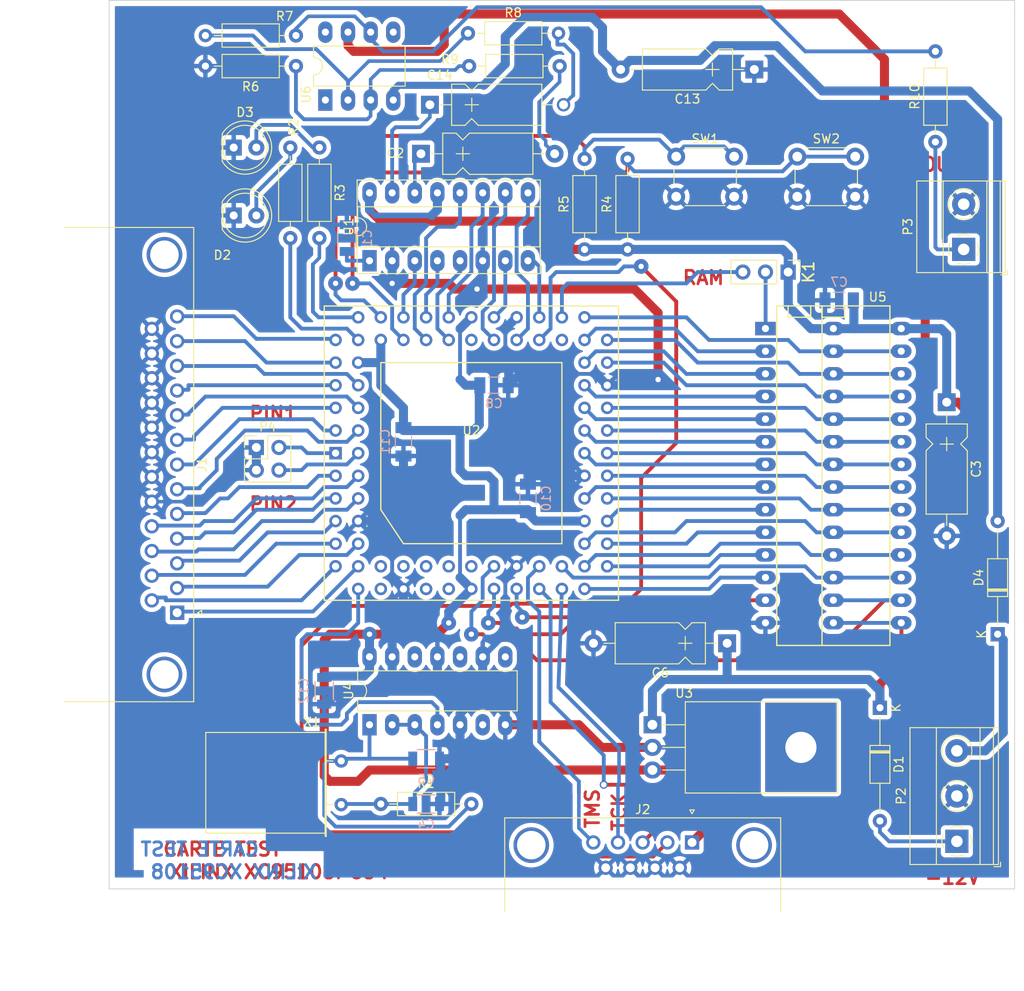
<source format=kicad_pcb>
(kicad_pcb (version 20221018) (generator pcbnew)
  (title_block (title "CARTE TEST XILINX XC95108") (rev "0"))
  (layers (0 "F.Cu" signal) (31 "B.Cu" signal) (34 "B.Paste" user) (35 "F.Paste" user) (36 "B.SilkS" user "B.Silkscreen") (37 "F.SilkS" user "F.Silkscreen") (38 "B.Mask" user) (39 "F.Mask" user) (44 "Edge.Cuts" user))
  (net 0 "")
  (net 1 "+12V")
  (net 2 "-12V")
  (net 3 "/CSMEM")
  (net 4 "/DAT0")
  (net 5 "/DAT1")
  (net 6 "/DAT2")
  (net 7 "/DAT3")
  (net 8 "/DAT4")
  (net 9 "/DAT5")
  (net 10 "/DAT6")
  (net 11 "/DAT7")
  (net 12 "/DCLK")
  (net 13 "/LED1")
  (net 14 "/LED2")
  (net 15 "/MA0")
  (net 16 "/MA1")
  (net 17 "/MA2")
  (net 18 "/MA3")
  (net 19 "/MA4")
  (net 20 "/MA5")
  (net 21 "/MA6")
  (net 22 "/MA7")
  (net 23 "/MD0")
  (net 24 "/MD1")
  (net 25 "/MD10")
  (net 26 "/MD11")
  (net 27 "/MD12")
  (net 28 "/MD13")
  (net 29 "/MD14")
  (net 30 "/MD2")
  (net 31 "/MD3")
  (net 32 "/MD4")
  (net 33 "/MD5")
  (net 34 "/MD6")
  (net 35 "/MD7")
  (net 36 "/MD8")
  (net 37 "/MD9")
  (net 38 "/OEMEM")
  (net 39 "/PARBUS0")
  (net 40 "/PARBUS1")
  (net 41 "/PARBUS2")
  (net 42 "/PARBUS3")
  (net 43 "/PARBUS4")
  (net 44 "/PARBUS5")
  (net 45 "/PARBUS6")
  (net 46 "/PARBUS7")
  (net 47 "/PAR_AUX0{slash}STROBE*")
  (net 48 "/PAR_AUX6{slash}ACK")
  (net 49 "/PAR_AUX5{slash}BUSY*")
  (net 50 "/PAR_AUX4{slash}PE")
  (net 51 "/PAR_AUX3{slash}SELECT*")
  (net 52 "/PAR_AUX2{slash}AUTOLF*")
  (net 53 "/PAR_AUX1{slash}ERROR*")
  (net 54 "/PAR_AUX7{slash}INIT")
  (net 55 "/PAR_AUX8{slash}SELECT")
  (net 56 "/PIN_TEST0")
  (net 57 "/PIN_TEST1")
  (net 58 "/XIN{slash}CLK")
  (net 59 "/SW0")
  (net 60 "/SW1")
  (net 61 "/TCK")
  (net 62 "/TDI")
  (net 63 "/TDO")
  (net 64 "/TMS")
  (net 66 "GND")
  (net 67 "Net-(C1-Pad1)")
  (net 68 "Net-(C14-Pad1)")
  (net 69 "Net-(C14-Pad2)")
  (net 70 "Net-(C2-Pad1)")
  (net 71 "Net-(C2-Pad2)")
  (net 72 "Net-(C4-Pad1)")
  (net 73 "Net-(C5-Pad1)")
  (net 74 "Net-(K1-Pad2)")
  (net 75 "Net-(P3-Pad1)")
  (net 76 "Net-(R10-Pad2)")
  (net 77 "Net-(R6-Pad1)")
  (net 78 "Net-(R7-Pad2)")
  (net 79 "VCC")
  (net 80 "/+12BATT")
  (net 81 "/-12BATT")
  (net 82 "Net-(D2-Pad2)")
  (net 83 "Net-(D3-Pad2)")
  (net 91 "/R{slash}W-A14")
  (footprint "Diode_THT:D_DO-35_SOD27_P12.70mm_Horizontal" (layer "F.Cu") (at 181.102 115.57 -90)
    (fp_text reference "D1")
    (fp_text value "1N4004")
  )
  (footprint "Diode_THT:D_DO-35_SOD27_P12.70mm_Horizontal" (layer "F.Cu") (at 194.31 107.315 90)
    (fp_text reference "D4")
    (fp_text value "1N4004")
  )
  (footprint "Button_Switch_THT:SW_PUSH_6mm_h4.3mm" (layer "F.Cu") (at 158.242 53.721)
    (fp_text reference "SW1")
    (fp_text value "SW_PUSH")
  )
  (footprint "Sockets:PLCC84" (layer "F.Cu") (at 135.255 86.995)
    (fp_text reference "U2")
    (fp_text value "XC95108PC84")
  )
  (footprint "Package_DIP:DIP-14_W7.62mm_LongPads" (layer "F.Cu") (at 123.825 117.475 90)
    (fp_text reference "U4")
    (fp_text value "74HC04")
  )
  (footprint "Connector_PinHeader_2.54mm:PinHeader_2x02_P2.54mm_Vertical" (layer "F.Cu") (at 111.125 86.36)
    (fp_text reference "P4")
    (fp_text value "CONN_2X2")
  )
  (footprint "Connector_PinHeader_2.54mm:PinHeader_1x03_P2.54mm_Vertical" (layer "F.Cu") (at 170.8 66.675 -90)
    (fp_text reference "K1")
    (fp_text value "CONN_3" hide)
  )
  (footprint "Resistor_THT:R_Axial_DIN0207_L6.3mm_D2.5mm_P10.16mm_Horizontal" (layer "F.Cu") (at 114.935 52.705 -90)
    (fp_text reference "R2")
    (fp_text value "330")
  )
  (footprint "Resistor_THT:R_Axial_DIN0207_L6.3mm_D2.5mm_P10.16mm_Horizontal" (layer "F.Cu") (at 134.874 39.878)
    (fp_text reference "R8")
    (fp_text value "2,2K")
  )
  (footprint "Resistor_THT:R_Axial_DIN0207_L6.3mm_D2.5mm_P10.16mm_Horizontal" (layer "F.Cu") (at 187.325 52.07 90)
    (fp_text reference "R10")
    (fp_text value "75")
  )
  (footprint "Resistor_THT:R_Axial_DIN0207_L6.3mm_D2.5mm_P10.16mm_Horizontal" (layer "F.Cu") (at 135.001 43.561)
    (fp_text reference "R9")
    (fp_text value "2,2K")
  )
  (footprint "Resistor_THT:R_Axial_DIN0207_L6.3mm_D2.5mm_P10.16mm_Horizontal" (layer "F.Cu") (at 125.095 126.365)
    (fp_text reference "R1")
    (fp_text value "100K")
  )
  (footprint "Resistor_THT:R_Axial_DIN0207_L6.3mm_D2.5mm_P10.16mm_Horizontal" (layer "F.Cu") (at 147.955 64.135 90)
    (fp_text reference "R5")
    (fp_text value "4,7K")
  )
  (footprint "Resistor_THT:R_Axial_DIN0207_L6.3mm_D2.5mm_P10.16mm_Horizontal" (layer "F.Cu") (at 115.57 43.561 180)
    (fp_text reference "R6")
    (fp_text value "1,1k")
  )
  (footprint "Resistor_THT:R_Axial_DIN0207_L6.3mm_D2.5mm_P10.16mm_Horizontal" (layer "F.Cu") (at 118.2 52.7 -90)
    (fp_text reference "R3")
    (fp_text value "330")
  )
  (footprint "Package_DIP:DIP-16_W7.62mm_Socket_LongPads" (layer "F.Cu") (at 123.825 65.405 90)
    (fp_text reference "U1")
    (fp_text value "TDA8702")
  )
  (footprint "Crystal:Crystal_HC18-U_Horizontal" (layer "F.Cu") (at 120.65 121.539 -90)
    (fp_text reference "X1")
    (fp_text value "10MHz")
  )
  (footprint "Resistor_THT:R_Axial_DIN0207_L6.3mm_D2.5mm_P10.16mm_Horizontal" (layer "F.Cu") (at 152.781 64.135 90)
    (fp_text reference "R4")
    (fp_text value "4,7K")
  )
  (footprint "Resistor_THT:R_Axial_DIN0207_L6.3mm_D2.5mm_P10.16mm_Horizontal" (layer "F.Cu") (at 115.57 40.132 180)
    (fp_text reference "R7")
    (fp_text value "1,1K")
  )
  (footprint "LED_THT:LED_D5.0mm" (layer "F.Cu") (at 108.585 52.705)
    (fp_text reference "D3")
    (fp_text value "LED")
  )
  (footprint "LED_THT:LED_D5.0mm" (layer "F.Cu") (at 108.585 60.325)
    (fp_text reference "D2")
    (fp_text value "LED")
  )
  (footprint "Package_DIP:DIP-8_W7.62mm_LongPads" (layer "F.Cu") (at 118.872 47.371 90)
    (fp_text reference "U6")
    (fp_text value "LM318N")
  )
  (footprint "Connector_Dsub:DSUB-25_Female_Horizontal_P2.77x2.84mm_EdgePinOffset9.90mm_Housed_MountingHolesOffset11.32mm" (layer "F.Cu") (at 102.235 104.902 -90)
    (fp_text reference "J1")
    (fp_text value "DB25")
  )
  (footprint "Package_TO_SOT_THT:TO-220-3_Horizontal_TabDown" (layer "F.Cu") (at 155.575 117.475 -90)
    (fp_text reference "U3")
    (fp_text value "LM7805")
  )
  (footprint "Connector_Dsub:DSUB-9_Female_Horizontal_P2.77x2.84mm_EdgePinOffset4.94mm_Housed_MountingHolesOffset7.48mm" (layer "F.Cu") (at 160.02 130.683)
    (fp_text reference "J2")
    (fp_text value "DB9FEM")
  )
  (footprint "TerminalBlock_Phoenix:TerminalBlock_Phoenix_MKDS-1,5-3-5.08_1x03_P5.08mm_Horizontal" (layer "F.Cu") (at 189.738 130.556 90)
    (fp_text reference "P2")
    (fp_text value "CONN_3")
  )
  (footprint "TerminalBlock_Phoenix:TerminalBlock_Phoenix_MKDS-1,5-2-5.08_1x02_P5.08mm_Horizontal" (layer "F.Cu") (at 190.5 64.135 90)
    (fp_text reference "P3")
    (fp_text value "CONN_2")
  )
  (footprint "Capacitor_THT:CP_Axial_L10.0mm_D4.5mm_P15.00mm_Horizontal" (layer "F.Cu") (at 167.005 43.942 180)
    (fp_text reference "C13")
    (fp_text value "10uF")
  )
  (footprint "Capacitor_THT:CP_Axial_L10.0mm_D4.5mm_P15.00mm_Horizontal" (layer "F.Cu") (at 163.957 108.331 180)
    (fp_text reference "C6")
    (fp_text value "47uF")
  )
  (footprint "Capacitor_THT:CP_Axial_L10.0mm_D4.5mm_P15.00mm_Horizontal" (layer "F.Cu") (at 188.595 81.28 -90)
    (fp_text reference "C3")
    (fp_text value "10uF")
  )
  (footprint "Capacitor_THT:CP_Axial_L10.0mm_D4.5mm_P15.00mm_Horizontal" (layer "F.Cu") (at 129.6 53.4)
    (fp_text reference "C2")
    (fp_text value "10uF")
  )
  (footprint "Button_Switch_THT:SW_PUSH_6mm_h4.3mm" (layer "F.Cu") (at 171.831 53.721)
    (fp_text reference "SW2")
    (fp_text value "SW_PUSH")
  )
  (footprint "Sockets_DIP:DIP-28__300__600_ELL" (layer "F.Cu") (at 168.275 73.025)
    (fp_text reference "U5")
    (fp_text value "RAM_32KO")
  )
  (footprint "Capacitor_THT:CP_Axial_L10.0mm_D4.5mm_P15.00mm_Horizontal" (layer "F.Cu") (at 130.6 47.9)
    (fp_text reference "C14")
    (fp_text value "10uF")
  )
  (footprint "Capacitors_SMD:C_1206" (layer "B.Cu") (at 121.285 62.865 90)
    (fp_text reference "C1")
    (fp_text value "100nF")
  )
  (footprint "Capacitors_SMD:C_1206" (layer "B.Cu") (at 130.175 126.365)
    (fp_text reference "C4")
    (fp_text value "22pF")
  )
  (footprint "Capacitors_SMD:C_1206" (layer "B.Cu") (at 130.175 121.285)
    (fp_text reference "C5")
    (fp_text value "22pF")
  )
  (footprint "Capacitors_SMD:C_1206" (layer "B.Cu") (at 118.745 113.665 -90)
    (fp_text reference "C12")
    (fp_text value "100nF")
  )
  (footprint "Capacitor_SMD:C_1206_3216Metric_Pad1.24x1.80mm_HandSolder" (layer "B.Cu") (at 127.635 85.725 -90)
    (fp_text reference "C11")
    (fp_text value "100nF")
  )
  (footprint "Capacitor_SMD:C_1206_3216Metric_Pad1.24x1.80mm_HandSolder" (layer "B.Cu") (at 141.605 92.075 90)
    (fp_text reference "C10")
    (fp_text value "100nF")
  )
  (footprint "Capacitor_SMD:C_1206_3216Metric_Pad1.24x1.80mm_HandSolder" (layer "B.Cu") (at 137.795 79.375)
    (fp_text reference "C8")
    (fp_text value "100nF")
  )
  (footprint "Capacitor_SMD:C_1206_3216Metric_Pad1.24x1.80mm_HandSolder" (layer "B.Cu") (at 176.53 69.85 180)
    (fp_text reference "C7")
    (fp_text value "100nF")
  )
  (gr_line (start 196.215 37.465) (end 196.215 36.195) (stroke (width 0.1)) (layer "Edge.Cuts"))
  (gr_line (start 94.615 46.355) (end 94.615 53.975) (stroke (width 0.1)) (layer "Edge.Cuts"))
  (gr_line (start 196.215 36.195) (end 94.615 36.195) (stroke (width 0.1)) (layer "Edge.Cuts"))
  (gr_line (start 196.215 135.89) (end 194.945 135.89) (stroke (width 0.1)) (layer "Edge.Cuts"))
  (gr_line (start 160.655 135.89) (end 192.405 135.89) (stroke (width 0.1)) (layer "Edge.Cuts"))
  (gr_line (start 94.615 53.975) (end 94.615 132.715) (stroke (width 0.1)) (layer "Edge.Cuts"))
  (gr_line (start 94.615 132.715) (end 94.615 133.985) (stroke (width 0.1)) (layer "Edge.Cuts"))
  (gr_line (start 94.615 36.195) (end 94.615 46.355) (stroke (width 0.1)) (layer "Edge.Cuts"))
  (gr_line (start 192.405 135.89) (end 194.945 135.89) (stroke (width 0.1)) (layer "Edge.Cuts"))
  (gr_line (start 196.215 37.465) (end 196.215 135.89) (stroke (width 0.1)) (layer "Edge.Cuts"))
  (gr_line (start 94.615 133.985) (end 94.615 135.89) (stroke (width 0.1)) (layer "Edge.Cuts"))
  (gr_line (start 94.615 135.89) (end 144.78 135.89) (stroke (width 0.1)) (layer "Edge.Cuts"))
  (gr_line (start 144.78 135.89) (end 160.655 135.89) (stroke (width 0.1)) (layer "Edge.Cuts"))
  (gr_text "TCK" (at 151.83866 127.254 90) (layer "F.Cu") (effects (font (size 1.524 1.524) (thickness 0.3048))))
  (gr_text "XILINX XC95108PC84" (at 113.665 133.985) (layer "F.Cu") (effects (font (size 1.524 1.524) (thickness 0.3048))))
  (gr_text "ROM" (at 176.53 67.31) (layer "F.Cu") (effects (font (size 1.524 1.524) (thickness 0.3048))))
  (gr_text "GND" (at 187.325 68.58) (layer "F.Cu") (effects (font (size 1.524 1.524) (thickness 0.3048))))
  (gr_text "GND" (at 183.388 124.841 90) (layer "F.Cu") (effects (font (size 1.524 1.524) (thickness 0.3048))))
  (gr_text "VOUT" (at 187.325 54.61) (layer "F.Cu") (effects (font (size 1.524 1.524) (thickness 0.3048))))
  (gr_text "VCC" (at 160.02 126.873 90) (layer "F.Cu") (effects (font (size 1.524 1.524) (thickness 0.3048))))
  (gr_text "PIN1" (at 113.03 82.55) (layer "F.Cu") (effects (font (size 1.524 1.524) (thickness 0.3048))))
  (gr_text "TDO" (at 157.55366 126.873 90) (layer "F.Cu") (effects (font (size 1.524 1.524) (thickness 0.3048))))
  (gr_text "TMS" (at 148.844 126.873 90) (layer "F.Cu") (effects (font (size 1.524 1.524) (thickness 0.3048))))
  (gr_text "+12V" (at 189.865 116.713) (layer "F.Cu") (effects (font (size 1.524 1.524) (thickness 0.3048))))
  (gr_text "PIN2" (at 113.03 92.71) (layer "F.Cu") (effects (font (size 1.524 1.524) (thickness 0.3048))))
  (gr_text "-12V" (at 189.23 134.62) (layer "F.Cu") (effects (font (size 1.524 1.524) (thickness 0.3048))))
  (gr_text "RAM" (at 161.29 67.31) (layer "F.Cu") (effects (font (size 1.524 1.524) (thickness 0.3048))))
  (gr_text "CARTE TEST" (at 107.315 131.445) (layer "F.Cu") (effects (font (size 1.524 1.524) (thickness 0.3048))))
  (gr_text "TDI" (at 154.52725 126.873 90) (layer "F.Cu") (effects (font (size 1.27 1.524) (thickness 0.3048))))
  (gr_text "XILINX XC95108" (at 108.585 133.985) (layer "B.Cu") (effects (font (size 1.524 1.524) (thickness 0.3048)) (justify mirror)))
  (gr_text "CARTE TEST" (at 104.775 131.445) (layer "B.Cu") (effects (font (size 1.524 1.524) (thickness 0.3048)) (justify mirror)))
  (segment (start 121.412 41.275) (end 121.412 39.751) (width 1.016) (layer "F.Cu") (net 1))
  (segment (start 181.102 115.57) (end 181.102 112.903) (width 1.016) (layer "F.Cu") (net 1))
  (segment (start 181.61 42.799) (end 176.53 37.719) (width 1.016) (layer "F.Cu") (net 1))
  (segment (start 132.842 37.719) (end 132.207 38.354) (width 1.016) (layer "F.Cu") (net 1))
  (segment (start 186.182 71.247) (end 181.61 66.675) (width 1.016) (layer "F.Cu") (net 1))
  (segment (start 181.102 112.903) (end 186.182 107.823) (width 1.016) (layer "F.Cu") (net 1))
  (segment (start 122.047 41.91) (end 121.412 41.275) (width 1.016) (layer "F.Cu") (net 1))
  (segment (start 176.53 37.719) (end 132.842 37.719) (width 1.016) (layer "F.Cu") (net 1))
  (segment (start 186.182 107.823) (end 186.182 71.247) (width 1.016) (layer "F.Cu") (net 1))
  (segment (start 132.207 41.148) (end 131.445 41.91) (width 1.016) (layer "F.Cu") (net 1))
  (segment (start 132.207 38.354) (end 132.207 41.148) (width 1.016) (layer "F.Cu") (net 1))
  (segment (start 181.61 66.675) (end 181.61 42.799) (width 1.016) (layer "F.Cu") (net 1))
  (segment (start 131.445 41.91) (end 122.047 41.91) (width 1.016) (layer "F.Cu") (net 1))
  (segment (start 163.83 112.395) (end 179.832 112.395) (width 1.016) (layer "B.Cu") (net 1))
  (segment (start 155.575 113.665) (end 155.575 117.475) (width 1.016) (layer "B.Cu") (net 1))
  (segment (start 181.102 113.665) (end 181.102 115.57) (width 1.016) (layer "B.Cu") (net 1))
  (segment (start 179.832 112.395) (end 181.102 113.665) (width 1.016) (layer "B.Cu") (net 1))
  (segment (start 156.845 112.395) (end 155.575 113.665) (width 1.016) (layer "B.Cu") (net 1))
  (segment (start 163.83 112.395) (end 163.957 112.268) (width 1.016) (layer "B.Cu") (net 1))
  (segment (start 163.957 112.268) (end 163.957 108.331) (width 1.016) (layer "B.Cu") (net 1))
  (segment (start 163.83 112.395) (end 156.845 112.395) (width 1.016) (layer "B.Cu") (net 1))
  (segment (start 149.973 41.91) (end 149.973 39.229) (width 1.016) (layer "B.Cu") (net 2))
  (segment (start 160.909 42.926) (end 162.56 41.275) (width 1.016) (layer "B.Cu") (net 2))
  (segment (start 149.973 39.229) (end 148.844 38.1) (width 1.016) (layer "B.Cu") (net 2))
  (segment (start 127.08 45.72) (end 136.652 45.72) (width 0.8) (layer "B.Cu") (net 2))
  (segment (start 126.492 46.308) (end 127.08 45.72) (width 0.8) (layer "B.Cu") (net 2))
  (segment (start 194.31 49.53) (end 191.135 46.355) (width 1.016) (layer "B.Cu") (net 2))
  (segment (start 141.224 38.1) (end 139.065 40.259) (width 1.016) (layer "B.Cu") (net 2))
  (segment (start 169.545 41.275) (end 174.625 46.355) (width 1.016) (layer "B.Cu") (net 2))
  (segment (start 139.065 40.259) (end 139.065 43.307) (width 1.016) (layer "B.Cu") (net 2))
  (segment (start 139.065 43.307) (end 136.652 45.72) (width 1.016) (layer "B.Cu") (net 2))
  (segment (start 174.625 46.355) (end 191.135 46.355) (width 1.016) (layer "B.Cu") (net 2))
  (segment (start 162.56 41.275) (end 169.545 41.275) (width 1.016) (layer "B.Cu") (net 2))
  (segment (start 126.492 47.371) (end 126.492 46.308) (width 0.8) (layer "B.Cu") (net 2))
  (segment (start 160.909 42.926) (end 153.021 42.926) (width 1.016) (layer "B.Cu") (net 2))
  (segment (start 153.021 42.926) (end 152.005 43.942) (width 1.016) (layer "B.Cu") (net 2))
  (segment (start 194.31 94.615) (end 194.31 49.53) (width 1.016) (layer "B.Cu") (net 2))
  (segment (start 148.844 38.1) (end 141.224 38.1) (width 1.016) (layer "B.Cu") (net 2))
  (segment (start 152.005 43.942) (end 149.973 41.91) (width 1.016) (layer "B.Cu") (net 2))
  (segment (start 183.515 93.345) (end 175.895 93.345) (width 0.4318) (layer "B.Cu") (net 3))
  (segment (start 175.895 93.345) (end 173.355 93.345) (width 0.4318) (layer "B.Cu") (net 3))
  (segment (start 173.355 93.345) (end 172.085 92.075) (width 0.4318) (layer "B.Cu") (net 3))
  (segment (start 150.495 92.075) (end 172.085 92.075) (width 0.4318) (layer "B.Cu") (net 3))
  (segment (start 130.175 67.945) (end 130.175 62.865) (width 0.4318) (layer "B.Cu") (net 4))
  (segment (start 133.35 61.595) (end 133.985 60.96) (width 0.4318) (layer "B.Cu") (net 4))
  (segment (start 133.985 60.96) (end 133.985 57.785) (width 0.4318) (layer "B.Cu") (net 4))
  (segment (start 128.905 69.215) (end 130.175 67.945) (width 0.4318) (layer "B.Cu") (net 4))
  (segment (start 131.445 61.595) (end 133.35 61.595) (width 0.4318) (layer "B.Cu") (net 4))
  (segment (start 130.175 62.865) (end 131.445 61.595) (width 0.4318) (layer "B.Cu") (net 4))
  (segment (start 130.175 74.295) (end 128.905 73.025) (width 0.4318) (layer "B.Cu") (net 4))
  (segment (start 128.905 73.025) (end 128.905 69.215) (width 0.4318) (layer "B.Cu") (net 4))
  (segment (start 135.255 61.595) (end 136.525 60.325) (width 0.4318) (layer "B.Cu") (net 5))
  (segment (start 132.715 69.215) (end 135.255 66.675) (width 0.4318) (layer "B.Cu") (net 5))
  (segment (start 136.525 57.785) (end 136.525 60.325) (width 0.4318) (layer "B.Cu") (net 5))
  (segment (start 135.255 61.595) (end 135.255 66.675) (width 0.4318) (layer "B.Cu") (net 5))
  (segment (start 132.715 69.215) (end 132.715 71.755) (width 0.4318) (layer "B.Cu") (net 5))
  (segment (start 128.905 67.945) (end 127.635 69.215) (width 0.4318) (layer "B.Cu") (net 6))
  (segment (start 128.905 65.405) (end 128.905 67.945) (width 0.4318) (layer "B.Cu") (net 6))
  (segment (start 127.635 69.215) (end 127.635 71.755) (width 0.4318) (layer "B.Cu") (net 6))
  (segment (start 130.175 69.215) (end 131.445 67.945) (width 0.4318) (layer "B.Cu") (net 7))
  (segment (start 130.175 71.755) (end 130.175 69.215) (width 0.4318) (layer "B.Cu") (net 7))
  (segment (start 131.445 67.945) (end 131.445 65.405) (width 0.4318) (layer "B.Cu") (net 7))
  (segment (start 139.065 60.325) (end 137.795 61.595) (width 0.4318) (layer "B.Cu") (net 8))
  (segment (start 136.525 71.12) (end 137.795 69.85) (width 0.4318) (layer "B.Cu") (net 8))
  (segment (start 139.065 57.785) (end 139.065 60.325) (width 0.4318) (layer "B.Cu") (net 8))
  (segment (start 137.795 69.85) (end 137.795 61.595) (width 0.4318) (layer "B.Cu") (net 8))
  (segment (start 136.525 73.025) (end 137.795 74.295) (width 0.4318) (layer "B.Cu") (net 8))
  (segment (start 136.525 71.12) (end 136.525 73.025) (width 0.4318) (layer "B.Cu") (net 8))
  (segment (start 140.335 74.295) (end 141.605 73.025) (width 0.4318) (layer "B.Cu") (net 9))
  (segment (start 141.605 57.785) (end 141.605 60.325) (width 0.4318) (layer "B.Cu") (net 9))
  (segment (start 141.605 67.945) (end 140.335 66.675) (width 0.4318) (layer "B.Cu") (net 9))
  (segment (start 141.605 60.325) (end 140.335 61.595) (width 0.4318) (layer "B.Cu") (net 9))
  (segment (start 140.335 61.595) (end 140.335 66.675) (width 0.4318) (layer "B.Cu") (net 9))
  (segment (start 141.605 73.025) (end 141.605 67.945) (width 0.4318) (layer "B.Cu") (net 9))
  (segment (start 142.875 71.755) (end 142.875 66.04) (width 0.4318) (layer "B.Cu") (net 10))
  (segment (start 142.875 66.04) (end 142.24 65.405) (width 0.4318) (layer "B.Cu") (net 10))
  (segment (start 142.24 65.405) (end 141.605 65.405) (width 0.4318) (layer "B.Cu") (net 10))
  (segment (start 139.065 70.485) (end 137.795 71.755) (width 0.4318) (layer "B.Cu") (net 11))
  (segment (start 139.065 65.405) (end 139.065 70.485) (width 0.4318) (layer "B.Cu") (net 11))
  (segment (start 133.985 66.675) (end 133.985 65.405) (width 0.4318) (layer "B.Cu") (net 12))
  (segment (start 131.445 69.215) (end 133.985 66.675) (width 0.4318) (layer "B.Cu") (net 12))
  (segment (start 131.445 73.025) (end 131.445 69.215) (width 0.4318) (layer "B.Cu") (net 12))
  (segment (start 132.715 74.295) (end 131.445 73.025) (width 0.4318) (layer "B.Cu") (net 12))
  (segment (start 116.205 73.025) (end 114.935 71.755) (width 0.4318) (layer "B.Cu") (net 13))
  (segment (start 114.935 62.865) (end 114.935 71.755) (width 0.4318) (layer "B.Cu") (net 13))
  (segment (start 121.285 73.025) (end 122.555 74.295) (width 0.4318) (layer "B.Cu") (net 13))
  (segment (start 116.205 73.025) (end 121.285 73.025) (width 0.4318) (layer "B.Cu") (net 13))
  (segment (start 117.475 71.12) (end 118.11 71.755) (width 0.4318) (layer "B.Cu") (net 14))
  (segment (start 118.2 62.86) (end 118.2 65.075) (width 0.4) (layer "B.Cu") (net 14))
  (segment (start 117.475 65.8) (end 117.475 71.12) (width 0.4318) (layer "B.Cu") (net 14))
  (segment (start 118.2 65.075) (end 117.475 65.8) (width 0.4) (layer "B.Cu") (net 14))
  (segment (start 118.11 71.755) (end 122.555 71.755) (width 0.4318) (layer "B.Cu") (net 14))
  (segment (start 161.925 99.695) (end 163.195 98.425) (width 0.4318) (layer "B.Cu") (net 15))
  (segment (start 150.495 99.695) (end 161.925 99.695) (width 0.4318) (layer "B.Cu") (net 15))
  (segment (start 163.195 98.425) (end 168.275 98.425) (width 0.4318) (layer "B.Cu") (net 15))
  (segment (start 161.925 102.235) (end 163.195 100.965) (width 0.4318) (layer "B.Cu") (net 16))
  (segment (start 163.195 100.965) (end 168.275 100.965) (width 0.4318) (layer "B.Cu") (net 16))
  (segment (start 147.955 102.235) (end 161.925 102.235) (width 0.4318) (layer "B.Cu") (net 16))
  (segment (start 161.925 105.41) (end 163.83 103.505) (width 0.4318) (layer "F.Cu") (net 17))
  (segment (start 140.97 105.41) (end 161.925 105.41) (width 0.4318) (layer "F.Cu") (net 17))
  (segment (start 163.83 103.505) (end 168.275 103.505) (width 0.4318) (layer "F.Cu") (net 17))
  (via (at 140.97 105.41) (size 1.651) (drill 0.6) (layers "F.Cu" "B.Cu") (net 17))
  (segment (start 140.335 102.235) (end 140.335 104.14) (width 0.4318) (layer "B.Cu") (net 17))
  (segment (start 140.97 104.775) (end 140.97 105.41) (width 0.4318) (layer "B.Cu") (net 17))
  (segment (start 140.335 104.14) (end 140.97 104.775) (width 0.4318) (layer "B.Cu") (net 17))
  (segment (start 169.926 109.22) (end 182.88 109.22) (width 0.4318) (layer "F.Cu") (net 18))
  (segment (start 137.16 107.95) (end 140.335 107.95) (width 0.4318) (layer "F.Cu") (net 18))
  (segment (start 183.515 108.585) (end 183.515 106.045) (width 0.4318) (layer "F.Cu") (net 18))
  (segment (start 140.335 107.95) (end 142.621 110.236) (width 0.4318) (layer "F.Cu") (net 18))
  (segment (start 168.91 110.236) (end 169.926 109.22) (width 0.4318) (layer "F.Cu") (net 18))
  (segment (start 136.525 107.315) (end 137.16 107.95) (width 0.4318) (layer "F.Cu") (net 18))
  (segment (start 135.255 107.315) (end 136.525 107.315) (width 0.4318) (layer "F.Cu") (net 18))
  (segment (start 182.88 109.22) (end 183.515 108.585) (width 0.4318) (layer "F.Cu") (net 18))
  (segment (start 142.621 110.236) (end 168.91 110.236) (width 0.4318) (layer "F.Cu") (net 18))
  (via (at 135.255 107.315) (size 1.651) (drill 0.6) (layers "F.Cu" "B.Cu") (net 18))
  (segment (start 136.525 100.965) (end 137.795 99.695) (width 0.4318) (layer "B.Cu") (net 18))
  (segment (start 135.255 107.315) (end 135.255 104.775) (width 0.4318) (layer "B.Cu") (net 18))
  (segment (start 136.525 103.505) (end 136.525 100.965) (width 0.4318) (layer "B.Cu") (net 18))
  (segment (start 135.255 104.775) (end 136.525 103.505) (width 0.4318) (layer "B.Cu") (net 18))
  (segment (start 175.895 106.045) (end 183.515 106.045) (width 0.4318) (layer "B.Cu") (net 18))
  (segment (start 166.751 107.95) (end 177.165 107.95) (width 0.4318) (layer "F.Cu") (net 19))
  (segment (start 139.065 106.68) (end 140.335 106.68) (width 0.4318) (layer "F.Cu") (net 19))
  (segment (start 177.165 107.95) (end 181.61 103.505) (width 0.4318) (layer "F.Cu") (net 19))
  (segment (start 140.97 107.315) (end 145.288 107.315) (width 0.4318) (layer "F.Cu") (net 19))
  (segment (start 137.16 106.045) (end 138.43 106.045) (width 0.4318) (layer "F.Cu") (net 19))
  (segment (start 145.288 107.315) (end 146.177 106.426) (width 0.4318) (layer "F.Cu") (net 19))
  (segment (start 146.177 106.426) (end 165.227 106.426) (width 0.4318) (layer "F.Cu") (net 19))
  (segment (start 140.335 106.68) (end 140.97 107.315) (width 0.4318) (layer "F.Cu") (net 19))
  (segment (start 181.61 103.505) (end 183.515 103.505) (width 0.4318) (layer "F.Cu") (net 19))
  (segment (start 138.43 106.045) (end 139.065 106.68) (width 0.4318) (layer "F.Cu") (net 19))
  (segment (start 165.227 106.426) (end 166.751 107.95) (width 0.4318) (layer "F.Cu") (net 19))
  (via (at 137.16 106.045) (size 1.651) (drill 0.6) (layers "F.Cu" "B.Cu") (net 19))
  (segment (start 137.795 104.14) (end 137.16 104.775) (width 0.4318) (layer "B.Cu") (net 19))
  (segment (start 137.795 104.14) (end 137.795 102.235) (width 0.4318) (layer "B.Cu") (net 19))
  (segment (start 183.515 103.505) (end 175.895 103.505) (width 0.4318) (layer "B.Cu") (net 19))
  (segment (start 137.16 104.775) (end 137.16 106.045) (width 0.4318) (layer "B.Cu") (net 19))
  (segment (start 161.925 100.965) (end 163.195 99.695) (width 0.4318) (layer "B.Cu") (net 20))
  (segment (start 175.895 100.965) (end 173.99 100.965) (width 0.4318) (layer "B.Cu") (net 20))
  (segment (start 163.195 99.695) (end 172.72 99.695) (width 0.4318) (layer "B.Cu") (net 20))
  (segment (start 173.99 100.965) (end 172.72 99.695) (width 0.4318) (layer "B.Cu") (net 20))
  (segment (start 145.415 99.695) (end 146.685 100.965) (width 0.4318) (layer "B.Cu") (net 20))
  (segment (start 175.895 100.965) (end 183.515 100.965) (width 0.4318) (layer "B.Cu") (net 20))
  (segment (start 146.685 100.965) (end 161.925 100.965) (width 0.4318) (layer "B.Cu") (net 20))
  (segment (start 183.515 98.425) (end 175.895 98.425) (width 0.4318) (layer "B.Cu") (net 21))
  (segment (start 175.895 98.425) (end 173.355 98.425) (width 0.4318) (layer "B.Cu") (net 21))
  (segment (start 149.225 98.425) (end 161.925 98.425) (width 0.4318) (layer "B.Cu") (net 21))
  (segment (start 161.925 98.425) (end 163.195 97.155) (width 0.4318) (layer "B.Cu") (net 21))
  (segment (start 163.195 97.155) (end 172.085 97.155) (width 0.4318) (layer "B.Cu") (net 21))
  (segment (start 147.955 99.695) (end 149.225 98.425) (width 0.4318) (layer "B.Cu") (net 21))
  (segment (start 173.355 98.425) (end 172.085 97.155) (width 0.4318) (layer "B.Cu") (net 21))
  (segment (start 149.225 95.885) (end 158.115 95.885) (width 0.4318) (layer "B.Cu") (net 22))
  (segment (start 158.115 95.885) (end 159.385 94.615) (width 0.4318) (layer "B.Cu") (net 22))
  (segment (start 147.955 97.155) (end 149.225 95.885) (width 0.4318) (layer "B.Cu") (net 22))
  (segment (start 173.99 95.885) (end 172.72 94.615) (width 0.4318) (layer "B.Cu") (net 22))
  (segment (start 183.515 95.885) (end 175.895 95.885) (width 0.4318) (layer "B.Cu") (net 22))
  (segment (start 175.895 95.885) (end 173.99 95.885) (width 0.4318) (layer "B.Cu") (net 22))
  (segment (start 172.72 94.615) (end 159.385 94.615) (width 0.4318) (layer "B.Cu") (net 22))
  (segment (start 159.385 97.155) (end 160.655 95.885) (width 0.4318) (layer "B.Cu") (net 23))
  (segment (start 160.655 95.885) (end 168.275 95.885) (width 0.4318) (layer "B.Cu") (net 23))
  (segment (start 150.495 97.155) (end 159.385 97.155) (width 0.4318) (layer "B.Cu") (net 23))
  (segment (start 150.495 94.615) (end 151.765 93.345) (width 0.4318) (layer "B.Cu") (net 24))
  (segment (start 151.765 93.345) (end 168.275 93.345) (width 0.4318) (layer "B.Cu") (net 24))
  (segment (start 183.515 90.805) (end 175.895 90.805) (width 0.4318) (layer "B.Cu") (net 25))
  (segment (start 150.495 89.535) (end 172.72 89.535) (width 0.4318) (layer "B.Cu") (net 25))
  (segment (start 175.895 90.805) (end 173.99 90.805) (width 0.4318) (layer "B.Cu") (net 25))
  (segment (start 173.99 90.805) (end 172.72 89.535) (width 0.4318) (layer "B.Cu") (net 25))
  (segment (start 175.895 85.725) (end 183.515 85.725) (width 0.4318) (layer "B.Cu") (net 26))
  (segment (start 175.895 85.725) (end 173.99 85.725) (width 0.4318) (layer "B.Cu") (net 26))
  (segment (start 173.99 85.725) (end 172.72 84.455) (width 0.4318) (layer "B.Cu") (net 26))
  (segment (start 150.495 84.455) (end 172.72 84.455) (width 0.4318) (layer "B.Cu") (net 26))
  (segment (start 147.955 74.295) (end 149.225 73.025) (width 0.4318) (layer "B.Cu") (net 27))
  (segment (start 160.655 75.565) (end 168.275 75.565) (width 0.4318) (layer "B.Cu") (net 27))
  (segment (start 149.225 73.025) (end 158.115 73.025) (width 0.4318) (layer "B.Cu") (net 27))
  (segment (start 158.115 73.025) (end 160.655 75.565) (width 0.4318) (layer "B.Cu") (net 27))
  (segment (start 175.895 78.105) (end 183.515 78.105) (width 0.4318) (layer "B.Cu") (net 28))
  (segment (start 175.895 78.105) (end 172.085 78.105) (width 0.4318) (layer "B.Cu") (net 28))
  (segment (start 170.815 76.835) (end 172.085 78.105) (width 0.4318) (layer "B.Cu") (net 28))
  (segment (start 160.655 76.835) (end 170.815 76.835) (width 0.4318) (layer "B.Cu") (net 28))
  (segment (start 158.115 74.295) (end 160.655 76.835) (width 0.4318) (layer "B.Cu") (net 28))
  (segment (start 158.115 74.295) (end 150.495 74.295) (width 0.4318) (layer "B.Cu") (net 28))
  (segment (start 160.655 66.675) (end 165.735 66.675) (width 0.4318) (layer "B.Cu") (net 29))
  (segment (start 145.415 68.58) (end 146.05 67.945) (width 0.4318) (layer "B.Cu") (net 29))
  (segment (start 159.385 67.945) (end 160.655 66.675) (width 0.4318) (layer "B.Cu") (net 29))
  (segment (start 146.05 67.945) (end 159.385 67.945) (width 0.4318) (layer "B.Cu") (net 29))
  (segment (start 145.415 71.755) (end 145.415 68.58) (width 0.4318) (layer "B.Cu") (net 29))
  (segment (start 149.225 90.805) (end 168.275 90.805) (width 0.4318) (layer "B.Cu") (net 30))
  (segment (start 147.955 92.075) (end 149.225 90.805) (width 0.4318) (layer "B.Cu") (net 30))
  (segment (start 149.225 88.265) (end 168.275 88.265) (width 0.4318) (layer "B.Cu") (net 31))
  (segment (start 147.955 86.995) (end 149.225 88.265) (width 0.4318) (layer "B.Cu") (net 31))
  (segment (start 149.225 85.725) (end 147.955 84.455) (width 0.4318) (layer "B.Cu") (net 32))
  (segment (start 168.275 85.725) (end 149.225 85.725) (width 0.4318) (layer "B.Cu") (net 32))
  (segment (start 168.275 83.185) (end 149.225 83.185) (width 0.4318) (layer "B.Cu") (net 33))
  (segment (start 149.225 83.185) (end 147.955 81.915) (width 0.4318) (layer "B.Cu") (net 33))
  (segment (start 149.225 80.645) (end 168.275 80.645) (width 0.4318) (layer "B.Cu") (net 34))
  (segment (start 147.955 79.375) (end 149.225 80.645) (width 0.4318) (layer "B.Cu") (net 34))
  (segment (start 149.225 75.565) (end 147.955 76.835) (width 0.4318) (layer "B.Cu") (net 35))
  (segment (start 156.845 75.565) (end 149.225 75.565) (width 0.4318) (layer "B.Cu") (net 35))
  (segment (start 168.275 78.105) (end 159.385 78.105) (width 0.4318) (layer "B.Cu") (net 35))
  (segment (start 159.385 78.105) (end 156.845 75.565) (width 0.4318) (layer "B.Cu") (net 35))
  (segment (start 159.385 79.375) (end 172.72 79.375) (width 0.4318) (layer "B.Cu") (net 36))
  (segment (start 173.99 80.645) (end 172.72 79.375) (width 0.4318) (layer "B.Cu") (net 36))
  (segment (start 150.495 76.835) (end 156.845 76.835) (width 0.4318) (layer "B.Cu") (net 36))
  (segment (start 175.895 80.645) (end 173.99 80.645) (width 0.4318) (layer "B.Cu") (net 36))
  (segment (start 156.845 76.835) (end 159.385 79.375) (width 0.4318) (layer "B.Cu") (net 36))
  (segment (start 175.895 80.645) (end 183.515 80.645) (width 0.4318) (layer "B.Cu") (net 36))
  (segment (start 175.895 83.185) (end 183.515 83.185) (width 0.4318) (layer "B.Cu") (net 37))
  (segment (start 150.495 81.915) (end 172.72 81.915) (width 0.4318) (layer "B.Cu") (net 37))
  (segment (start 173.99 83.185) (end 172.72 81.915) (width 0.4318) (layer "B.Cu") (net 37))
  (segment (start 175.895 83.185) (end 173.99 83.185) (width 0.4318) (layer "B.Cu") (net 37))
  (segment (start 175.895 88.265) (end 173.99 88.265) (width 0.4318) (layer "B.Cu") (net 38))
  (segment (start 150.495 86.995) (end 172.72 86.995) (width 0.4318) (layer "B.Cu") (net 38))
  (segment (start 175.895 88.265) (end 183.515 88.265) (width 0.4318) (layer "B.Cu") (net 38))
  (segment (start 173.99 88.265) (end 172.72 86.995) (width 0.4318) (layer "B.Cu") (net 38))
  (segment (start 112.395 101.981) (end 115.951 98.425) (width 0.4318) (layer "B.Cu") (net 39))
  (segment (start 102.235 101.981) (end 112.395 101.981) (width 0.4318) (layer "B.Cu") (net 39))
  (segment (start 121.285 98.425) (end 122.555 97.155) (width 0.4318) (layer "B.Cu") (net 39))
  (segment (start 115.951 98.425) (end 121.285 98.425) (width 0.4318) (layer "B.Cu") (net 39))
  (segment (start 118.745 95.885) (end 120.015 94.615) (width 0.4318) (layer "B.Cu") (net 40))
  (segment (start 112.395 95.885) (end 109.22 99.06) (width 0.4318) (layer "B.Cu") (net 40))
  (segment (start 102.235 99.06) (end 102.235 99.314) (width 0.4318) (layer "B.Cu") (net 40))
  (segment (start 109.22 99.06) (end 102.235 99.06) (width 0.4318) (layer "B.Cu") (net 40))
  (segment (start 112.395 95.885) (end 118.745 95.885) (width 0.4318) (layer "B.Cu") (net 40))
  (segment (start 105.41 95.885) (end 108.585 95.885) (width 0.4318) (layer "B.Cu") (net 41))
  (segment (start 104.775 96.52) (end 105.41 95.885) (width 0.4318) (layer "B.Cu") (net 41))
  (segment (start 111.125 93.345) (end 117.475 93.345) (width 0.4318) (layer "B.Cu") (net 41))
  (segment (start 102.235 96.52) (end 104.775 96.52) (width 0.4318) (layer "B.Cu") (net 41))
  (segment (start 117.475 93.345) (end 118.745 92.075) (width 0.4318) (layer "B.Cu") (net 41))
  (segment (start 108.585 95.885) (end 111.125 93.345) (width 0.4318) (layer "B.Cu") (net 41))
  (segment (start 118.745 92.075) (end 120.015 92.075) (width 0.4318) (layer "B.Cu") (net 41))
  (segment (start 116.84 90.805) (end 118.11 89.535) (width 0.4318) (layer "B.Cu") (net 42))
  (segment (start 107.95 92.075) (end 109.22 90.805) (width 0.4318) (layer "B.Cu") (net 42))
  (segment (start 107.061 92.075) (end 107.95 92.075) (width 0.4318) (layer "B.Cu") (net 42))
  (segment (start 118.11 89.535) (end 120.015 89.535) (width 0.4318) (layer "B.Cu") (net 42))
  (segment (start 105.41 93.726) (end 107.061 92.075) (width 0.4318) (layer "B.Cu") (net 42))
  (segment (start 102.235 93.726) (end 105.41 93.726) (width 0.4318) (layer "B.Cu") (net 42))
  (segment (start 109.22 90.805) (end 116.84 90.805) (width 0.4318) (layer "B.Cu") (net 42))
  (segment (start 104.775 90.932) (end 104.775 90.805) (width 0.4318) (layer "B.Cu") (net 43))
  (segment (start 106.68 88.9) (end 106.68 87.63) (width 0.4318) (layer "B.Cu") (net 43))
  (segment (start 104.775 90.805) (end 106.68 88.9) (width 0.4318) (layer "B.Cu") (net 43))
  (segment (start 118.11 85.725) (end 121.285 85.725) (width 0.4318) (layer "B.Cu") (net 43))
  (segment (start 121.285 85.725) (end 122.555 84.455) (width 0.4318) (layer "B.Cu") (net 43))
  (segment (start 106.68 87.63) (end 109.855 84.455) (width 0.4318) (layer "B.Cu") (net 43))
  (segment (start 116.84 84.455) (end 118.11 85.725) (width 0.4318) (layer "B.Cu") (net 43))
  (segment (start 109.855 84.455) (end 116.84 84.455) (width 0.4318) (layer "B.Cu") (net 43))
  (segment (start 102.235 90.932) (end 104.775 90.932) (width 0.4318) (layer "B.Cu") (net 43))
  (segment (start 118.745 84.455) (end 120.015 84.455) (width 0.4318) (layer "B.Cu") (net 44))
  (segment (start 117.475 83.185) (end 118.745 84.455) (width 0.4318) (layer "B.Cu") (net 44))
  (segment (start 109.22 83.185) (end 117.475 83.185) (width 0.4318) (layer "B.Cu") (net 44))
  (segment (start 102.235 88.265) (end 104.14 88.265) (width 0.4318) (layer "B.Cu") (net 44))
  (segment (start 104.14 88.265) (end 109.22 83.185) (width 0.4318) (layer "B.Cu") (net 44))
  (segment (start 102.235 85.471) (end 104.14 85.471) (width 0.4318) (layer "B.Cu") (net 45))
  (segment (start 104.14 85.471) (end 104.14 85.09) (width 0.4318) (layer "B.Cu") (net 45))
  (segment (start 107.315 81.915) (end 120.015 81.915) (width 0.4318) (layer "B.Cu") (net 45))
  (segment (start 104.14 85.09) (end 107.315 81.915) (width 0.4318) (layer "B.Cu") (net 45))
  (segment (start 102.235 82.677) (end 103.505 82.677) (width 0.4318) (layer "B.Cu") (net 46))
  (segment (start 103.505 82.677) (end 103.505 82.55) (width 0.4318) (layer "B.Cu") (net 46))
  (segment (start 121.285 80.645) (end 122.555 81.915) (width 0.4318) (layer "B.Cu") (net 46))
  (segment (start 103.505 82.55) (end 105.41 80.645) (width 0.4318) (layer "B.Cu") (net 46))
  (segment (start 105.41 80.645) (end 121.285 80.645) (width 0.4318) (layer "B.Cu") (net 46))
  (segment (start 102.235 104.775) (end 117.475 104.775) (width 0.4318) (layer "B.Cu") (net 47))
  (segment (start 117.475 104.775) (end 122.555 99.695) (width 0.4318) (layer "B.Cu") (net 47))
  (segment (start 103.505 79.883) (end 103.505 79.375) (width 0.4318) (layer "B.Cu") (net 48))
  (segment (start 102.235 79.883) (end 103.505 79.883) (width 0.4318) (layer "B.Cu") (net 48))
  (segment (start 103.505 79.375) (end 120.015 79.375) (width 0.4318) (layer "B.Cu") (net 48))
  (segment (start 112.014 78.105) (end 121.285 78.105) (width 0.4318) (layer "B.Cu") (net 49))
  (segment (start 102.235 77.216) (end 111.125 77.216) (width 0.4318) (layer "B.Cu") (net 49))
  (segment (start 111.125 77.216) (end 112.014 78.105) (width 0.4318) (layer "B.Cu") (net 49))
  (segment (start 121.285 78.105) (end 122.555 79.375) (width 0.4318) (layer "B.Cu") (net 49))
  (segment (start 102.235 74.422) (end 109.855 74.422) (width 0.4318) (layer "B.Cu") (net 50))
  (segment (start 112.268 76.835) (end 120.015 76.835) (width 0.4318) (layer "B.Cu") (net 50))
  (segment (start 109.855 74.422) (end 112.268 76.835) (width 0.4318) (layer "B.Cu") (net 50))
  (segment (start 108.585 71.628) (end 111.125 74.168) (width 0.4318) (layer "B.Cu") (net 51))
  (segment (start 111.125 74.168) (end 120.015 74.168) (width 0.4318) (layer "B.Cu") (net 51))
  (segment (start 102.235 71.628) (end 108.585 71.628) (width 0.4318) (layer "B.Cu") (net 51))
  (segment (start 120.015 74.168) (end 120.015 74.295) (width 0.4318) (layer "B.Cu") (net 51))
  (segment (start 100.965 103.2002) (end 100.965 103.505) (width 0.4318) (layer "B.Cu") (net 52))
  (segment (start 100.965 103.505) (end 116.205 103.505) (width 0.4318) (layer "B.Cu") (net 52))
  (segment (start 116.205 103.505) (end 120.015 99.695) (width 0.4318) (layer "B.Cu") (net 52))
  (segment (start 99.695 103.2002) (end 100.965 103.2002) (width 0.4318) (layer "B.Cu") (net 52))
  (segment (start 99.695 100.6602) (end 109.855 100.6602) (width 0.4318) (layer "B.Cu") (net 53))
  (segment (start 113.3602 97.155) (end 120.015 97.155) (width 0.4318) (layer "B.Cu") (net 53))
  (segment (start 109.855 100.6602) (end 113.3602 97.155) (width 0.4318) (layer "B.Cu") (net 53))
  (segment (start 111.76 94.615) (end 117.475 94.615) (width 0.4318) (layer "B.Cu") (net 54))
  (segment (start 99.8728 98.044) (end 104.394 98.044) (width 0.4318) (layer "B.Cu") (net 54))
  (segment (start 104.394 98.044) (end 104.648 97.79) (width 0.4318) (layer "B.Cu") (net 54))
  (segment (start 121.285 93.345) (end 122.555 92.075) (width 0.4318) (layer "B.Cu") (net 54))
  (segment (start 118.745 93.345) (end 121.285 93.345) (width 0.4318) (layer "B.Cu") (net 54))
  (segment (start 108.585 97.79) (end 111.76 94.615) (width 0.4318) (layer "B.Cu") (net 54))
  (segment (start 118.745 93.345) (end 117.475 94.615) (width 0.4318) (layer "B.Cu") (net 54))
  (segment (start 104.648 97.79) (end 108.585 97.79) (width 0.4318) (layer "B.Cu") (net 54))
  (segment (start 99.695 97.8662) (end 99.8728 98.044) (width 0.4318) (layer "B.Cu") (net 54))
  (segment (start 104.775 95.123) (end 105.283 94.615) (width 0.4318) (layer "B.Cu") (net 55))
  (segment (start 121.285 90.805) (end 122.555 89.535) (width 0.4318) (layer "B.Cu") (net 55))
  (segment (start 105.283 94.615) (end 108.585 94.615) (width 0.4318) (layer "B.Cu") (net 55))
  (segment (start 118.745 90.805) (end 121.285 90.805) (width 0.4318) (layer "B.Cu") (net 55))
  (segment (start 99.695 95.123) (end 104.775 95.123) (width 0.4318) (layer "B.Cu") (net 55))
  (segment (start 111.125 92.075) (end 117.475 92.075) (width 0.4318) (layer "B.Cu") (net 55))
  (segment (start 117.475 92.075) (end 118.745 90.805) (width 0.4318) (layer "B.Cu") (net 55))
  (segment (start 108.585 94.615) (end 111.125 92.075) (width 0.4318) (layer "B.Cu") (net 55))
  (segment (start 116.205 86.36) (end 116.84 86.995) (width 0.4318) (layer "B.Cu") (net 56))
  (segment (start 116.84 86.995) (end 120.015 86.995) (width 0.4318) (layer "B.Cu") (net 56))
  (segment (start 113.665 86.36) (end 116.205 86.36) (width 0.4318) (layer "B.Cu") (net 56))
  (segment (start 113.665 88.9) (end 116.205 88.9) (width 0.4318) (layer "B.Cu") (net 57))
  (segment (start 116.84 88.265) (end 121.285 88.265) (width 0.4318) (layer "B.Cu") (net 57))
  (segment (start 116.205 88.9) (end 116.84 88.265) (width 0.4318) (layer "B.Cu") (net 57))
  (segment (start 121.285 88.265) (end 122.555 86.995) (width 0.4318) (layer "B.Cu") (net 57))
  (segment (start 121.285 107.315) (end 122.555 106.045) (width 0.4318) (layer "B.Cu") (net 58))
  (segment (start 121.285 116.205) (end 121.285 116.84) (width 0.4318) (layer "B.Cu") (net 58))
  (segment (start 121.285 116.84) (end 120.65 117.475) (width 0.4318) (layer "B.Cu") (net 58))
  (segment (start 131.445 117.475) (end 131.445 115.57) (width 0.4318) (layer "B.Cu") (net 58))
  (segment (start 116.205 107.95) (end 116.84 107.315) (width 0.4318) (layer "B.Cu") (net 58))
  (segment (start 131.445 115.57) (end 130.81 114.935) (width 0.4318) (layer "B.Cu") (net 58))
  (segment (start 130.81 114.935) (end 122.555 114.935) (width 0.4318) (layer "B.Cu") (net 58))
  (segment (start 122.555 114.935) (end 121.285 116.205) (width 0.4318) (layer "B.Cu") (net 58))
  (segment (start 122.555 106.045) (end 122.555 102.235) (width 0.4318) (layer "B.Cu") (net 58))
  (segment (start 120.65 117.475) (end 116.84 117.475) (width 0.4318) (layer "B.Cu") (net 58))
  (segment (start 116.84 117.475) (end 116.205 116.84) (width 0.4318) (layer "B.Cu") (net 58))
  (segment (start 116.84 107.315) (end 121.285 107.315) (width 0.4318) (layer "B.Cu") (net 58))
  (segment (start 116.205 116.84) (end 116.205 107.95) (width 0.4318) (layer "B.Cu") (net 58))
  (segment (start 147.955 52.555) (end 146.8 51.4) (width 0.4318) (layer "F.Cu") (net 59))
  (segment (start 120.015 54.483) (end 120.015 67.945) (width 0.4318) (layer "F.Cu") (net 59))
  (segment (start 123.098 51.4) (end 120.015 54.483) (width 0.4318) (layer "F.Cu") (net 59))
  (segment (start 146.8 51.4) (end 123.098 51.4) (width 0.4318) (layer "F.Cu") (net 59))
  (segment (start 147.955 53.975) (end 147.955 52.555) (width 0.4318) (layer "F.Cu") (net 59))
  (via (at 120.015 67.945) (size 1.651) (drill 0.6) (layers "F.Cu" "B.Cu") (net 59))
  (segment (start 158.242 53.721) (end 158.242 53.467) (width 0.4318) (layer "B.Cu") (net 59))
  (segment (start 120.015 67.945) (end 120.015 69.215) (width 0.4318) (layer "B.Cu") (net 59))
  (segment (start 158.242 53.467) (end 159.131 52.578) (width 0.4318) (layer "B.Cu") (net 59))
  (segment (start 147.955 52.832) (end 148.971 51.816) (width 0.4318) (layer "B.Cu") (net 59))
  (segment (start 156.337 51.816) (end 158.242 53.721) (width 0.4318) (layer "B.Cu") (net 59))
  (segment (start 147.955 53.975) (end 147.955 52.832) (width 0.4318) (layer "B.Cu") (net 59))
  (segment (start 123.19 69.85) (end 125.095 71.755) (width 0.4318) (layer "B.Cu") (net 59))
  (segment (start 120.65 69.85) (end 123.19 69.85) (width 0.4318) (layer "B.Cu") (net 59))
  (segment (start 163.599 52.578) (end 164.742 53.721) (width 0.4318) (layer "B.Cu") (net 59))
  (segment (start 159.131 52.578) (end 163.599 52.578) (width 0.4318) (layer "B.Cu") (net 59))
  (segment (start 148.971 51.816) (end 156.337 51.816) (width 0.4318) (layer "B.Cu") (net 59))
  (segment (start 120.015 69.215) (end 120.65 69.85) (width 0.4318) (layer "B.Cu") (net 59))
  (segment (start 121.92 67.945) (end 121.92 56.642) (width 0.4318) (layer "F.Cu") (net 60))
  (segment (start 144.145 55.88) (end 152.146 55.88) (width 0.4318) (layer "F.Cu") (net 60))
  (segment (start 123.063 55.499) (end 139.319 55.499) (width 0.4318) (layer "F.Cu") (net 60))
  (segment (start 152.146 55.88) (end 152.781 55.245) (width 0.4318) (layer "F.Cu") (net 60))
  (segment (start 121.92 56.642) (end 123.063 55.499) (width 0.4318) (layer "F.Cu") (net 60))
  (segment (start 139.319 55.499) (end 139.573 55.245) (width 0.4318) (layer "F.Cu") (net 60))
  (segment (start 143.51 55.245) (end 144.145 55.88) (width 0.4318) (layer "F.Cu") (net 60))
  (segment (start 139.573 55.245) (end 143.51 55.245) (width 0.4318) (layer "F.Cu") (net 60))
  (segment (start 152.781 55.245) (end 152.781 53.975) (width 0.4318) (layer "F.Cu") (net 60))
  (via (at 121.92 67.945) (size 1.651) (drill 0.6) (layers "F.Cu" "B.Cu") (net 60))
  (segment (start 152.781 53.975) (end 152.781 54.61) (width 0.4318) (layer "B.Cu") (net 60))
  (segment (start 171.831 53.721) (end 178.331 53.721) (width 0.4318) (layer "B.Cu") (net 60))
  (segment (start 126.365 70.485) (end 123.825 67.945) (width 0.4318) (layer "B.Cu") (net 60))
  (segment (start 127.635 74.295) (end 126.365 73.025) (width 0.4318) (layer "B.Cu") (net 60))
  (segment (start 170.18 55.372) (end 171.831 53.721) (width 0.4318) (layer "B.Cu") (net 60))
  (segment (start 152.781 54.61) (end 153.543 55.372) (width 0.4318) (layer "B.Cu") (net 60))
  (segment (start 123.825 67.945) (end 121.92 67.945) (width 0.4318) (layer "B.Cu") (net 60))
  (segment (start 126.365 73.025) (end 126.365 70.485) (width 0.4318) (layer "B.Cu") (net 60))
  (segment (start 153.543 55.372) (end 170.18 55.372) (width 0.4318) (layer "B.Cu") (net 60))
  (segment (start 151.8285 124.0155) (end 151.8285 120.0785) (width 0.4) (layer "B.Cu") (net 61))
  (segment (start 151.71 124.134) (end 151.8285 124.0155) (width 0.4) (layer "B.Cu") (net 61))
  (segment (start 151.71 130.683) (end 151.71 124.134) (width 0.4) (layer "B.Cu") (net 61))
  (segment (start 145.034 113.284) (end 145.415 102.235) (width 0.4318) (layer "B.Cu") (net 61))
  (segment (start 151.8285 120.0785) (end 145.034 113.284) (width 0.4318) (layer "B.Cu") (net 61))
  (segment (start 155.720083 129.442917) (end 154.48 130.683) (width 0.4318) (layer "F.Cu") (net 62))
  (segment (start 155.720083 124.986083) (end 155.720083 129.442917) (width 0.4318) (layer "F.Cu") (net 62))
  (segment (start 150.114 124.206) (end 154.94 124.206) (width 0.4318) (layer "F.Cu") (net 62))
  (segment (start 154.94 124.206) (end 155.720083 124.986083) (width 0.4318) (layer "F.Cu") (net 62))
  (via (at 150.114 124.206) (size 0.9) (drill 0.6) (layers "F.Cu" "B.Cu") (net 62))
  (segment (start 144.145 103.505) (end 144.145 114.935) (width 0.4318) (layer "B.Cu") (net 62))
  (segment (start 150.114 120.904) (end 150.114 124.206) (width 0.4318) (layer "B.Cu") (net 62))
  (segment (start 144.145 114.935) (end 150.0505 120.8405) (width 0.4318) (layer "B.Cu") (net 62))
  (segment (start 150.0505 120.8405) (end 150.114 120.904) (width 0.4318) (layer "B.Cu") (net 62))
  (segment (start 142.875 102.235) (end 144.145 103.505) (width 0.4318) (layer "B.Cu") (net 62))
  (segment (start 142.24 104.14) (end 141.986 103.886) (width 0.4318) (layer "F.Cu") (net 63))
  (segment (start 141.986 103.886) (end 139.827 103.886) (width 0.4318) (layer "F.Cu") (net 63))
  (segment (start 146.877999 132.272999) (end 155.660001 132.272999) (width 0.4) (layer "F.Cu") (net 63))
  (segment (start 116.205 108.585) (end 116.205 127.635) (width 0.4318) (layer "F.Cu") (net 63))
  (segment (start 155.660001 132.272999) (end 157.25 130.683) (width 0.4) (layer "F.Cu") (net 63))
  (segment (start 137.47 128.27) (end 136.2 129.54) (width 0.4) (layer "F.Cu") (net 63))
  (segment (start 152.4 104.14) (end 142.24 104.14) (width 0.4318) (layer "F.Cu") (net 63))
  (segment (start 154.305 102.235) (end 154.305 89.789) (width 0.4318) (layer "F.Cu") (net 63))
  (segment (start 158.242 85.852) (end 158.242 69.977) (width 0.4318) (layer "F.Cu") (net 63))
  (segment (start 154.305 89.789) (end 158.242 85.852) (width 0.4318) (layer "F.Cu") (net 63))
  (segment (start 145.415 130.81) (end 146.877999 132.272999) (width 0.4) (layer "F.Cu") (net 63))
  (segment (start 154.305 102.235) (end 152.4 104.14) (width 0.4318) (layer "F.Cu") (net 63))
  (segment (start 139.827 103.886) (end 139.573 104.14) (width 0.4318) (layer "F.Cu") (net 63))
  (segment (start 145.415 128.27) (end 145.415 130.81) (width 0.4) (layer "F.Cu") (net 63))
  (segment (start 118.11 129.54) (end 136.2 129.54) (width 0.4318) (layer "F.Cu") (net 63))
  (segment (start 158.242 69.977) (end 154.305 66.04) (width 0.4318) (layer "F.Cu") (net 63))
  (segment (start 145.415 128.27) (end 137.47 128.27) (width 0.4) (layer "F.Cu") (net 63))
  (segment (start 116.205 127.635) (end 118.11 129.54) (width 0.4318) (layer "F.Cu") (net 63))
  (segment (start 120.65 104.14) (end 116.205 108.585) (width 0.4318) (layer "F.Cu") (net 63))
  (segment (start 139.573 104.14) (end 120.65 104.14) (width 0.4318) (layer "F.Cu") (net 63))
  (via (at 154.305 66.04) (size 1.651) (drill 0.6) (layers "F.Cu" "B.Cu") (net 63))
  (segment (start 152.4 66.04) (end 154.305 66.04) (width 0.4318) (layer "B.Cu") (net 63))
  (segment (start 144.145 67.31) (end 144.78 66.675) (width 0.4318) (layer "B.Cu") (net 63))
  (segment (start 144.145 73.025) (end 142.875 74.295) (width 0.4318) (layer "B.Cu") (net 63))
  (segment (start 144.145 67.31) (end 144.145 73.025) (width 0.4318) (layer "B.Cu") (net 63))
  (segment (start 151.765 66.675) (end 152.4 66.04) (width 0.4318) (layer "B.Cu") (net 63))
  (segment (start 144.78 66.675) (end 151.765 66.675) (width 0.4318) (layer "B.Cu") (net 63))
  (segment (start 141.605 103.505) (end 142.875 104.775) (width 0.4318) (layer "B.Cu") (net 64))
  (segment (start 147.32 129.063) (end 148.94 130.683) (width 0.4) (layer "B.Cu") (net 64))
  (segment (start 141.605 103.505) (end 141.605 100.965) (width 0.4318) (layer "B.Cu") (net 64))
  (segment (start 147.32 123.825) (end 147.32 125.095) (width 0.4318) (layer "B.Cu") (net 64))
  (segment (start 142.875 119.38) (end 142.875 104.775) (width 0.4318) (layer "B.Cu") (net 64))
  (segment (start 147.32 125.095) (end 147.32 129.063) (width 0.4) (layer "B.Cu") (net 64))
  (segment (start 142.875 119.38) (end 147.32 123.825) (width 0.4318) (layer "B.Cu") (net 64))
  (segment (start 142.875 99.695) (end 141.605 100.965) (width 0.4318) (layer "B.Cu") (net 64))
  (segment (start 149.86 120.015) (end 155.575 120.015) (width 1.016) (layer "F.Cu") (net 66))
  (segment (start 139.065 117.475) (end 147.32 117.475) (width 1.016) (layer "F.Cu") (net 66))
  (segment (start 147.32 117.475) (end 149.86 120.015) (width 1.016) (layer "F.Cu") (net 66))
  (segment (start 126.365 67.945) (end 132.715 67.945) (width 1.016) (layer "F.Cu") (net 66))
  (segment (start 132.715 67.945) (end 133.35 68.58) (width 1.016) (layer "F.Cu") (net 66))
  (segment (start 153.543 68.58) (end 156.21 71.247) (width 1.016) (layer "F.Cu") (net 66))
  (segment (start 135.89 68.58) (end 153.543 68.58) (width 1.016) (layer "F.Cu") (net 66))
  (segment (start 133.35 68.58) (end 135.89 68.58) (width 1.016) (layer "F.Cu") (net 66))
  (segment (start 156.21 71.247) (end 156.21 78.74) (width 1.016) (layer "F.Cu") (net 66))
  (via (at 126.365 67.945) (size 1.651) (drill 0.6) (layers "F.Cu" "B.Cu") (net 66))
  (via (at 135.89 68.58) (size 1.651) (drill 0.6) (layers "F.Cu" "B.Cu") (net 66))
  (via (at 156.21 78.74) (size 1.651) (drill 0.6) (layers "F.Cu" "B.Cu") (net 66))
  (segment (start 137.795 114.935) (end 139.065 116.205) (width 1.016) (layer "B.Cu") (net 66))
  (segment (start 133.35 121.285) (end 133.985 120.65) (width 1.016) (layer "B.Cu") (net 66))
  (segment (start 140.335 99.695) (end 139.065 100.965) (width 1.016) (layer "B.Cu") (net 66))
  (segment (start 108.5 88.9) (end 109.922919 88.9) (width 0.4) (layer "B.Cu") (net 66))
  (segment (start 135.89 68.58) (end 136.525 67.945) (width 1.016) (layer "B.Cu") (net 66))
  (segment (start 153.67 79.375) (end 154.305 78.74) (width 1.016) (layer "B.Cu") (net 66))
  (segment (start 99.395 92.437) (end 104.963 92.437) (width 0.4) (layer "B.Cu") (net 66))
  (segment (start 131.826 126.365) (end 131.826 121.285) (width 1.016) (layer "B.Cu") (net 66))
  (segment (start 149.225 78.105) (end 150.495 79.375) (width 1.016) (layer "B.Cu") (net 66))
  (segment (start 147.955 89.535) (end 141.605 89.535) (width 1.016) (layer "B.Cu") (net 66))
  (segment (start 126.365 106.045) (end 126.365 109.855) (width 1.016) (layer "B.Cu") (net 66))
  (segment (start 140.716 78.105) (end 141.605 78.105) (width 1.016) (layer "B.Cu") (net 66))
  (segment (start 141.605 90.424) (end 141.605 89.535) (width 1.016) (layer "B.Cu") (net 66))
  (segment (start 133.985 120.65) (end 133.985 117.475) (width 1.016) (layer "B.Cu") (net 66))
  (segment (start 118.745 115.316) (end 120.015 114.046) (width 1.016) (layer "B.Cu") (net 66))
  (segment (start 126.365 94.615) (end 122.555 94.615) (width 1.016) (layer "B.Cu") (net 66))
  (segment (start 139.065 116.205) (end 139.065 117.475) (width 1.016) (layer "B.Cu") (net 66))
  (segment (start 127.635 102.235) (end 127.635 104.775) (width 1.016) (layer "B.Cu") (net 66))
  (segment (start 133.985 117.475) (end 133.985 116.205) (width 1.016) (layer "B.Cu") (net 66))
  (segment (start 126.365 112.395) (end 135.255 112.395) (width 1.016) (layer "B.Cu") (net 66))
  (segment (start 139.065 76.835) (end 139.065 73.025) (width 0.4318) (layer "B.Cu") (net 66))
  (segment (start 136.525 67.945) (end 136.525 65.405) (width 1.016) (layer "B.Cu") (net 66))
  (segment (start 104.963 92.437) (end 108.5 88.9) (width 0.4) (layer "B.Cu") (net 66))
  (segment (start 154.305 78.74) (end 156.21 78.74) (width 1.016) (layer "B.Cu") (net 66))
  (segment (start 133.985 116.205) (end 135.255 114.935) (width 1.016) (layer "B.Cu") (net 66))
  (segment (start 136.525 111.76) (end 136.525 109.855) (width 1.016) (layer "B.Cu") (net 66))
  (segment (start 135.255 114.935) (end 137.795 114.935) (width 1.016) (layer "B.Cu") (net 66))
  (segment (start 120.015 114.046) (end 125.73 114.046) (width 0.635) (layer "B.Cu") (net 66))
  (segment (start 109.922919 88.9) (end 111.125 88.9) (width 0.4) (layer "B.Cu") (net 66))
  (segment (start 127.635 102.235) (end 126.365 100.965) (width 1.016) (layer "B.Cu") (net 66))
  (segment (start 139.065 100.965) (end 139.065 107.315) (width 0.4318) (layer "B.Cu") (net 66))
  (segment (start 126.365 67.945) (end 126.365 65.405) (width 1.016) (layer "B.Cu") (net 66))
  (segment (start 126.365 113.411) (end 126.365 112.395) (width 1.016) (layer "B.Cu") (net 66))
  (segment (start 141.605 78.105) (end 149.225 78.105) (width 0.4318) (layer "B.Cu") (net 66))
  (segment (start 127.635 87.376) (end 127.635 93.98) (width 1.016) (layer "B.Cu") (net 66))
  (segment (start 111.125 88.9) (end 111.125 86.36) (width 1.016) (layer "B.Cu") (net 66))
  (segment (start 135.255 112.395) (end 135.255 114.935) (width 1.016) (layer "B.Cu") (net 66))
  (segment (start 141.605 89.535) (end 141.605 78.105) (width 1.016) (layer "B.Cu") (net 66))
  (segment (start 126.365 100.965) (end 126.365 94.615) (width 0.4318) (layer "B.Cu") (net 66))
  (segment (start 139.446 76.835) (end 139.065 76.835) (width 1.016) (layer "B.Cu") (net 66))
  (segment (start 127.635 104.775) (end 126.365 106.045) (width 1.016) (layer "B.Cu") (net 66))
  (segment (start 126.365 112.395) (end 126.365 109.855) (width 1.016) (layer "B.Cu") (net 66))
  (segment (start 150.495 79.375) (end 153.67 79.375) (width 1.016) (layer "B.Cu") (net 66))
  (segment (start 125.73 114.046) (end 126.365 113.411) (width 0.635) (layer "B.Cu") (net 66))
  (segment (start 139.065 73.025) (end 140.335 71.755) (width 1.016) (layer "B.Cu") (net 66))
  (segment (start 135.255 112.395) (end 135.89 112.395) (width 1.016) (layer "B.Cu") (net 66))
  (segment (start 136.525 109.855) (end 139.065 107.315) (width 0.635) (layer "B.Cu") (net 66))
  (segment (start 131.826 121.285) (end 133.35 121.285) (width 1.016) (layer "B.Cu") (net 66))
  (segment (start 139.446 79.375) (end 139.446 76.835) (width 1.016) (layer "B.Cu") (net 66))
  (segment (start 127 94.615) (end 126.365 94.615) (width 1.016) (layer "B.Cu") (net 66))
  (segment (start 135.89 112.395) (end 136.525 111.76) (width 1.016) (layer "B.Cu") (net 66))
  (segment (start 131.445 111.76) (end 132.08 112.395) (width 1.016) (layer "B.Cu") (net 66))
  (segment (start 131.445 109.855) (end 131.445 111.76) (width 1.016) (layer "B.Cu") (net 66))
  (segment (start 127.635 93.98) (end 127 94.615) (width 1.016) (layer "B.Cu") (net 66))
  (segment (start 139.446 79.375) (end 140.716 78.105) (width 1.016) (layer "B.Cu") (net 66))
  (segment (start 121.285 65.405) (end 123.825 65.405) (width 0.4318) (layer "B.Cu") (net 67))
  (segment (start 121.285 64.516) (end 121.285 65.405) (width 0.4318) (layer "B.Cu") (net 67))
  (segment (start 129.481 50.419) (end 130.6 49.3) (width 0.4) (layer "B.Cu") (net 68))
  (segment (start 129.286 50.419) (end 129.481 50.419) (width 0.4) (layer "B.Cu") (net 68))
  (segment (start 126.746 50.419) (end 126.365 50.8) (width 0.4318) (layer "B.Cu") (net 68))
  (segment (start 126.746 50.419) (end 129.286 50.419) (width 0.4318) (layer "B.Cu") (net 68))
  (segment (start 130.6 49.3) (end 130.6 47.9) (width 0.4) (layer "B.Cu") (net 68))
  (segment (start 126.365 50.8) (end 126.365 57.785) (width 0.4318) (layer "B.Cu") (net 68))
  (segment (start 146.685 42.164) (end 145.669 41.148) (width 0.4318) (layer "B.Cu") (net 69))
  (segment (start 146.685 46.863) (end 146.685 42.164) (width 0.4318) (layer "B.Cu") (net 69))
  (segment (start 144.907 40.08991) (end 145.034 39.96291) (width 0.4318) (layer "B.Cu") (net 69))
  (segment (start 145.669 41.148) (end 144.907 41.148) (width 0.4318) (layer "B.Cu") (net 69))
  (segment (start 146.637 46.863) (end 146.685 46.863) (width 0.4) (layer "B.Cu") (net 69))
  (segment (start 144.907 41.148) (end 144.907 40.08991) (width 0.4318) (layer "B.Cu") (net 69))
  (segment (start 145.6 47.9) (end 146.637 46.863) (width 0.4) (layer "B.Cu") (net 69))
  (segment (start 128.905 57.785) (end 128.905 54.095) (width 0.4) (layer "B.Cu") (net 70))
  (segment (start 128.905 54.095) (end 129.6 53.4) (width 0.4) (layer "B.Cu") (net 70))
  (segment (start 142.875 47.625) (end 142.875 51.2) (width 0.4318) (layer "B.Cu") (net 71))
  (segment (start 143.51 46.99) (end 145.161 45.339) (width 0.4) (layer "B.Cu") (net 71))
  (segment (start 143.51 46.99) (end 142.875 47.625) (width 0.4318) (layer "B.Cu") (net 71))
  (segment (start 143.600001 52.400001) (end 143.600001 51.925001) (width 0.4) (layer "B.Cu") (net 71))
  (segment (start 145.161 43.561) (end 145.161 45.339) (width 0.4) (layer "B.Cu") (net 71))
  (segment (start 143.600001 51.925001) (end 142.875 51.2) (width 0.4) (layer "B.Cu") (net 71))
  (segment (start 144.6 53.4) (end 143.600001 52.400001) (width 0.4) (layer "B.Cu") (net 71))
  (segment (start 126.365 117.475) (end 128.905 117.475) (width 0.4318) (layer "B.Cu") (net 72))
  (segment (start 125.095 126.365) (end 120.65 126.365) (width 0.4318) (layer "B.Cu") (net 72))
  (segment (start 128.905 125.095) (end 128.905 126.365) (width 0.4318) (layer "B.Cu") (net 72))
  (segment (start 128.905 117.475) (end 130.175 118.745) (width 0.4318) (layer "B.Cu") (net 72))
  (segment (start 128.905 126.365) (end 128.524 126.365) (width 0.4318) (layer "B.Cu") (net 72))
  (segment (start 128.524 126.365) (end 125.095 126.365) (width 0.4318) (layer "B.Cu") (net 72))
  (segment (start 130.175 118.745) (end 130.175 123.825) (width 0.4318) (layer "B.Cu") (net 72))
  (segment (start 130.175 123.825) (end 128.905 125.095) (width 0.4318) (layer "B.Cu") (net 72))
  (segment (start 120.904 121.285) (end 120.65 121.539) (width 0.4318) (layer "B.Cu") (net 73))
  (segment (start 135.255 126.365) (end 132.715 128.905) (width 0.4318) (layer "B.Cu") (net 73))
  (segment (start 132.715 128.905) (end 120.015 128.905) (width 0.4318) (layer "B.Cu") (net 73))
  (segment (start 119.126 121.539) (end 118.745 121.92) (width 0.4318) (layer "B.Cu") (net 73))
  (segment (start 120.015 128.905) (end 118.745 127.635) (width 0.4318) (layer "B.Cu") (net 73))
  (segment (start 123.825 121.285) (end 128.524 121.285) (width 0.4318) (layer "B.Cu") (net 73))
  (segment (start 120.65 121.539) (end 119.126 121.539) (width 0.4318) (layer "B.Cu") (net 73))
  (segment (start 123.825 117.475) (end 123.825 121.285) (width 0.4318) (layer "B.Cu") (net 73))
  (segment (start 118.745 127.635) (end 118.745 121.92) (width 0.4318) (layer "B.Cu") (net 73))
  (segment (start 123.825 121.285) (end 120.904 121.285) (width 0.4318) (layer "B.Cu") (net 73))
  (segment (start 168.275 66.675) (end 168.275 73.025) (width 0.4318) (layer "B.Cu") (net 74))
  (segment (start 187.325 63.881) (end 187.579 64.135) (width 0.4318) (layer "B.Cu") (net 75))
  (segment (start 187.325 52.07) (end 187.325 63.881) (width 0.4318) (layer "B.Cu") (net 75))
  (segment (start 187.579 64.135) (end 190.5 64.135) (width 0.4318) (layer "B.Cu") (net 75))
  (segment (start 125.349 41.91) (end 123.952 40.513) (width 0.4318) (layer "B.Cu") (net 76))
  (segment (start 115.57 39.37) (end 116.967 37.973) (width 0.4) (layer "B.Cu") (net 76))
  (segment (start 116.967 37.973) (end 122.174 37.973) (width 0.4) (layer "B.Cu") (net 76))
  (segment (start 167.767 36.957) (end 135.89 36.957) (width 0.4318) (layer "B.Cu") (net 76))
  (segment (start 122.174 37.973) (end 123.952 39.751) (width 0.4) (layer "B.Cu") (net 76))
  (segment (start 172.72 41.91) (end 167.767 36.957) (width 0.4318) (layer "B.Cu") (net 76))
  (segment (start 115.57 40.132) (end 115.57 39.37) (width 0.4) (layer "B.Cu") (net 76))
  (segment (start 187.325 41.91) (end 172.72 41.91) (width 0.4318) (layer "B.Cu") (net 76))
  (segment (start 135.89 36.957) (end 130.937 41.91) (width 0.4318) (layer "B.Cu") (net 76))
  (segment (start 130.937 41.91) (end 125.349 41.91) (width 0.4318) (layer "B.Cu") (net 76))
  (segment (start 123.952 40.513) (end 123.952 39.751) (width 0.4318) (layer "B.Cu") (net 76))
  (segment (start 123.952 45.048) (end 125 44) (width 0.4) (layer "B.Cu") (net 77))
  (segment (start 115.57 48.641) (end 115.57 43.561) (width 0.4318) (layer "B.Cu") (net 77))
  (segment (start 123.952 47.371) (end 123.952 45.048) (width 0.4) (layer "B.Cu") (net 77))
  (segment (start 125 44) (end 133.43063 44) (width 0.4) (layer "B.Cu") (net 77))
  (segment (start 116.459 49.53) (end 123.571 49.53) (width 0.4318) (layer "B.Cu") (net 77))
  (segment (start 133.43063 44) (end 133.86963 43.561) (width 0.4) (layer "B.Cu") (net 77))
  (segment (start 123.952 47.371) (end 123.952 49.149) (width 0.4) (layer "B.Cu") (net 77))
  (segment (start 116.459 49.53) (end 115.57 48.641) (width 0.4318) (layer "B.Cu") (net 77))
  (segment (start 123.952 49.149) (end 123.571 49.53) (width 0.4) (layer "B.Cu") (net 77))
  (segment (start 133.86963 43.561) (end 135.001 43.561) (width 0.4) (layer "B.Cu") (net 77))
  (segment (start 121.412 45.212) (end 117.856 41.656) (width 0.4318) (layer "B.Cu") (net 78))
  (segment (start 123.751 43) (end 121.412 45.339) (width 0.4) (layer "B.Cu") (net 78))
  (segment (start 131.752 43) (end 134.874 39.878) (width 0.4) (layer "B.Cu") (net 78))
  (segment (start 121.412 45.339) (end 121.412 45.212) (width 0.4318) (layer "B.Cu") (net 78))
  (segment (start 112.268 41.656) (end 110.744 40.132) (width 0.4318) (layer "B.Cu") (net 78))
  (segment (start 110.744 40.132) (end 105.41 40.132) (width 0.4318) (layer "B.Cu") (net 78))
  (segment (start 123.751 43) (end 131.752 43) (width 0.4) (layer "B.Cu") (net 78))
  (segment (start 121.412 45.339) (end 121.412 47.371) (width 0.4318) (layer "B.Cu") (net 78))
  (segment (start 117.856 41.656) (end 112.268 41.656) (width 0.4318) (layer "B.Cu") (net 78))
  (segment (start 166.37 127) (end 178.435 127) (width 1.016) (layer "F.Cu") (net 79))
  (segment (start 118.745 107.95) (end 119.38 107.315) (width 1.016) (layer "F.Cu") (net 79))
  (segment (start 119.38 123.825) (end 118.745 123.19) (width 1.016) (layer "F.Cu") (net 79))
  (segment (start 161.925 122.555) (end 166.37 127) (width 1.016) (layer "F.Cu") (net 79))
  (segment (start 146.685 64.135) (end 147.955 64.135) (width 1.016) (layer "F.Cu") (net 79))
  (segment (start 191.135 106.68) (end 191.135 82.55) (width 1.016) (layer "F.Cu") (net 79))
  (segment (start 123.825 59.69) (end 125.095 60.96) (width 1.016) (layer "F.Cu") (net 79))
  (segment (start 179.07 122.047) (end 184.785 116.332) (width 1.016) (layer "F.Cu") (net 79))
  (segment (start 125.095 60.96) (end 143.51 60.96) (width 1.016) (layer "F.Cu") (net 79))
  (segment (start 189.865 81.28) (end 188.595 81.28) (width 1.016) (layer "F.Cu") (net 79))
  (segment (start 123.825 122.555) (end 155.575 122.555) (width 1.016) (layer "F.Cu") (net 79))
  (segment (start 119.38 107.315) (end 123.825 107.315) (width 1.016) (layer "F.Cu") (net 79))
  (segment (start 179.07 126.365) (end 179.07 122.047) (width 1.016) (layer "F.Cu") (net 79))
  (segment (start 122.555 123.825) (end 119.38 123.825) (width 1.016) (layer "F.Cu") (net 79))
  (segment (start 184.785 113.03) (end 191.135 106.68) (width 1.016) (layer "F.Cu") (net 79))
  (segment (start 163.703 127) (end 160.02 130.683) (width 1.016) (layer "F.Cu") (net 79))
  (segment (start 123.825 122.555) (end 122.555 123.825) (width 1.016) (layer "F.Cu") (net 79))
  (segment (start 178.435 127) (end 179.07 126.365) (width 1.016) (layer "F.Cu") (net 79))
  (segment (start 131.445 107.315) (end 132.715 106.045) (width 1.016) (layer "F.Cu") (net 79))
  (segment (start 123.825 107.315) (end 131.445 107.315) (width 1.016) (layer "F.Cu") (net 79))
  (segment (start 118.745 123.19) (end 118.745 107.95) (width 1.016) (layer "F.Cu") (net 79))
  (segment (start 191.135 82.55) (end 189.865 81.28) (width 1.016) (layer "F.Cu") (net 79))
  (segment (start 184.785 116.332) (end 184.785 113.03) (width 1.016) (layer "F.Cu") (net 79))
  (segment (start 155.575 122.555) (end 161.925 122.555) (width 1.016) (layer "F.Cu") (net 79))
  (segment (start 166.37 127) (end 163.703 127) (width 1.016) (layer "F.Cu") (net 79))
  (segment (start 123.825 57.785) (end 123.825 59.69) (width 1.016) (layer "F.Cu") (net 79))
  (segment (start 143.51 60.96) (end 146.685 64.135) (width 1.016) (layer "F.Cu") (net 79))
  (via (at 132.715 106.045) (size 1.651) (drill 0.6) (layers "F.Cu" "B.Cu") (net 79))
  (via (at 123.825 107.315) (size 1.651) (drill 0.6) (layers "F.Cu" "B.Cu") (net 79))
  (segment (start 141.605 93.345) (end 141.605 93.726) (width 1.016) (layer "B.Cu") (net 79))
  (segment (start 133.985 84.455) (end 127.635 84.455) (width 1.016) (layer "B.Cu") (net 79))
  (segment (start 135.255 102.235) (end 133.985 100.965) (width 1.016) (layer "B.Cu") (net 79))
  (segment (start 133.985 100.965) (end 133.985 93.98) (width 0.4318) (layer "B.Cu") (net 79))
  (segment (start 187.96 73.025) (end 188.595 73.66) (width 1.016) (layer "B.Cu") (net 79))
  (segment (start 124.46 60.325) (end 130.81 60.325) (width 0.635) (layer "B.Cu") (net 79))
  (segment (start 131.445 59.69) (end 131.445 57.785) (width 1.016) (layer "B.Cu") (net 79))
  (segment (start 136.144 79.375) (end 136.144 83.82) (width 1.016) (layer "B.Cu") (net 79))
  (segment (start 142.494 94.615) (end 147.955 94.615) (width 1.016) (layer "B.Cu") (net 79))
  (segment (start 137.795 93.345) (end 141.605 93.345) (width 1.016) (layer "B.Cu") (net 79))
  (segment (start 170.815 66.675) (end 170.815 70.485) (width 1.016) (layer "B.Cu") (net 79))
  (segment (start 134.62 89.535) (end 137.16 89.535) (width 1.016) (layer "B.Cu") (net 79))
  (segment (start 141.605 93.726) (end 142.494 94.615) (width 1.016) (layer "B.Cu") (net 79))
  (segment (start 125.095 76.835) (end 125.095 79.375) (width 1.016) (layer "B.Cu") (net 79))
  (segment (start 132.715 104.775) (end 132.715 106.045) (width 1.016) (layer "B.Cu") (net 79))
  (segment (start 170.815 64.77) (end 170.815 66.675) (width 1.016) (layer "B.Cu") (net 79))
  (segment (start 173.355 73.025) (end 178.435 73.025) (width 1.016) (layer "B.Cu") (net 79))
  (segment (start 137.16 89.535) (end 137.795 90.17) (width 1.016) (layer "B.Cu") (net 79))
  (segment (start 178.181 69.85) (end 178.181 73.025) (width 1.016) (layer "B.Cu") (net 79))
  (segment (start 125.095 79.375) (end 127.635 81.915) (width 1.016) (layer "B.Cu") (net 79))
  (segment (start 170.18 64.135) (end 170.815 64.77) (width 1.016) (layer "B.Cu") (net 79))
  (segment (start 133.985 73.025) (end 133.985 78.74) (width 0.4318) (layer "B.Cu") (net 79))
  (segment (start 152.781 64.135) (end 147.955 64.135) (width 1.016) (layer "B.Cu") (net 79))
  (segment (start 122.555 76.835) (end 125.095 76.835) (width 1.016) (layer "B.Cu") (net 79))
  (segment (start 170.815 70.485) (end 173.355 73.025) (width 1.016) (layer "B.Cu") (net 79))
  (segment (start 123.825 111.379) (end 123.825 109.855) (width 1.016) (layer "B.Cu") (net 79))
  (segment (start 123.825 109.855) (end 123.825 107.315) (width 1.016) (layer "B.Cu") (net 79))
  (segment (start 135.255 71.755) (end 133.985 73.025) (width 1.016) (layer "B.Cu") (net 79))
  (segment (start 125.095 74.295) (end 125.095 76.835) (width 1.016) (layer "B.Cu") (net 79))
  (segment (start 188.595 73.66) (end 188.595 81.28) (width 1.016) (layer "B.Cu") (net 79))
  (segment (start 133.985 88.9) (end 134.62 89.535) (width 1.016) (layer "B.Cu") (net 79))
  (segment (start 170.18 64.135) (end 152.781 64.135) (width 1.016) (layer "B.Cu") (net 79))
  (segment (start 137.795 90.17) (end 137.795 93.345) (width 1.016) (layer "B.Cu") (net 79))
  (segment (start 183.515 73.025) (end 187.96 73.025) (width 1.016) (layer "B.Cu") (net 79))
  (segment (start 130.81 60.325) (end 131.445 59.69) (width 1.016) (layer "B.Cu") (net 79))
  (segment (start 135.509 84.455) (end 133.985 84.455) (width 1.016) (layer "B.Cu") (net 79))
  (segment (start 123.825 57.785) (end 123.825 59.69) (width 1.016) (layer "B.Cu") (net 79))
  (segment (start 123.825 59.69) (end 124.46 60.325) (width 0.635) (layer "B.Cu") (net 79))
  (segment (start 133.985 93.98) (end 134.62 93.345) (width 1.016) (layer "B.Cu") (net 79))
  (segment (start 118.745 112.014) (end 123.19 112.014) (width 1.016) (layer "B.Cu") (net 79))
  (segment (start 135.255 102.235) (end 132.715 104.775) (width 1.016) (layer "B.Cu") (net 79))
  (segment (start 136.144 83.82) (end 135.509 84.455) (width 1.016) (layer "B.Cu") (net 79))
  (segment (start 134.62 79.375) (end 136.144 79.375) (width 1.016) (layer "B.Cu") (net 79))
  (segment (start 133.985 78.74) (end 134.62 79.375) (width 1.016) (layer "B.Cu") (net 79))
  (segment (start 123.19 112.014) (end 123.825 111.379) (width 1.016) (layer "B.Cu") (net 79))
  (segment (start 133.985 84.455) (end 133.985 88.9) (width 1.016) (layer "B.Cu") (net 79))
  (segment (start 127.635 81.915) (end 127.635 84.455) (width 1.016) (layer "B.Cu") (net 79))
  (segment (start 178.435 73.025) (end 183.515 73.025) (width 1.016) (layer "B.Cu") (net 79))
  (segment (start 134.62 93.345) (end 137.795 93.345) (width 1.016) (layer "B.Cu") (net 79))
  (segment (start 182.130765 130.556) (end 189.738 130.556) (width 0.4318) (layer "B.Cu") (net 80))
  (segment (start 181.102 129.527235) (end 182.130765 130.556) (width 0.4318) (layer "B.Cu") (net 80))
  (segment (start 181.102 128.27) (end 181.102 129.527235) (width 0.4318) (layer "B.Cu") (net 80))
  (segment (start 192.913 120.396) (end 189.738 120.396) (width 1.016) (layer "B.Cu") (net 81))
  (segment (start 194.945 118.364) (end 192.913 120.396) (width 1.016) (layer "B.Cu") (net 81))
  (segment (start 194.945 107.95) (end 194.945 118.364) (width 1.016) (layer "B.Cu") (net 81))
  (segment (start 194.31 107.315) (end 194.945 107.95) (width 1.016) (layer "B.Cu") (net 81))
  (segment (start 114.935 53.975) (end 114.935 52.705) (width 0.4318) (layer "B.Cu") (net 82))
  (segment (start 111.125 60.325) (end 111.125 57.785) (width 0.4318) (layer "B.Cu") (net 82))
  (segment (start 111.125 57.785) (end 114.935 53.975) (width 0.4318) (layer "B.Cu") (net 82))
  (segment (start 111.76 50.165) (end 114.935 50.165) (width 0.4318) (layer "B.Cu") (net 83))
  (segment (start 111.125 50.8) (end 111.76 50.165) (width 0.4318) (layer "B.Cu") (net 83))
  (segment (start 117.475 52.705) (end 114.935 50.165) (width 0.4318) (layer "B.Cu") (net 83))
  (segment (start 111.125 52.705) (end 111.125 50.8) (width 0.4318) (layer "B.Cu") (net 83))
  (segment (start 170.815 74.295) (end 172.085 75.565) (width 0.4318) (layer "B.Cu") (net 91))
  (segment (start 170.815 74.295) (end 161.925 74.295) (width 0.4318) (layer "B.Cu") (net 91))
  (segment (start 161.925 74.295) (end 159.385 71.755) (width 0.4318) (layer "B.Cu") (net 91))
  (segment (start 175.895 75.565) (end 183.515 75.565) (width 0.4318) (layer "B.Cu") (net 91))
  (segment (start 175.895 75.565) (end 172.085 75.565) (width 0.4318) (layer "B.Cu") (net 91))
  (segment (start 159.385 71.755) (end 147.955 71.755) (width 0.4318) (layer "B.Cu") (net 91))
  (zone (net 66) (net_name "GND") (layer "B.Cu") (connect_pads (clearance 0.5)) (min_thickness 0.2) (fill yes (thermal_gap 0.5) (thermal_bridge_width 0.5))
    (polygon (pts (xy 195.58 134.62) (xy 195.58 36.83) (xy 95.25 36.83) (xy 95.25 134.62)))
  )
)
</source>
